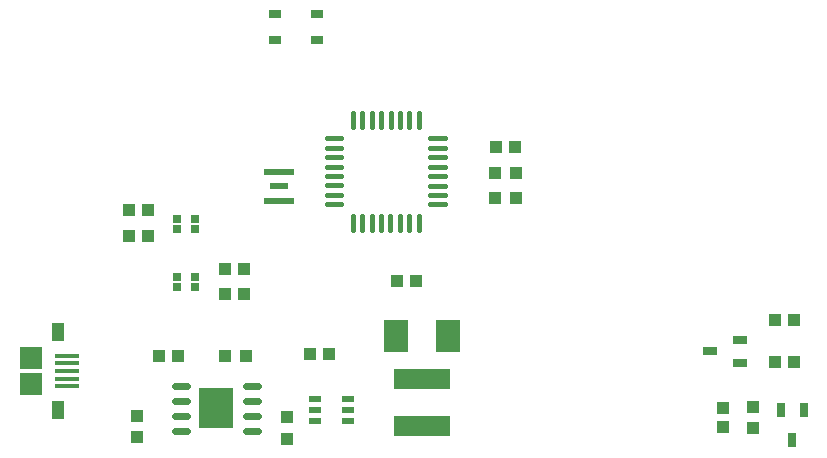
<source format=gtp>
G04 Layer: TopPasteMaskLayer*
G04 EasyEDA v6.3.41, 2020-05-05T11:48:15+01:00*
G04 2ec71008dff244c88071119ef016d080,e9fa969840cb4916a94017553220f78b,10*
G04 Gerber Generator version 0.2*
G04 Scale: 100 percent, Rotated: No, Reflected: No *
G04 Dimensions in millimeters *
G04 leading zeros omitted , absolute positions ,3 integer and 3 decimal *
%FSLAX33Y33*%
%MOMM*%
G90*
G71D02*

%ADD13C,0.599999*%
%ADD14C,0.450012*%
%ADD16R,0.799998X0.650011*%
%ADD17R,2.099996X0.399999*%
%ADD18R,0.999998X1.499997*%
%ADD19R,1.899996X1.899996*%
%ADD20R,2.999994X3.499866*%
%ADD21R,0.999998X0.550012*%
%ADD22R,0.999998X1.099998*%
%ADD23R,1.099998X0.999998*%
%ADD24R,2.499995X0.499999*%
%ADD25R,1.599997X0.499999*%
%ADD26R,4.699991X1.799996*%
%ADD27R,1.099998X0.699999*%
%ADD28R,2.159000X2.743200*%
%ADD29R,0.699999X1.250010*%
%ADD30R,1.250010X0.699999*%

%LPD*%
G54D13*
G01X19644Y17780D02*
G01X20644Y17780D01*
G01X19644Y19050D02*
G01X20644Y19050D01*
G01X19644Y20320D02*
G01X20644Y20320D01*
G01X19644Y21590D02*
G01X20644Y21590D01*
G01X13645Y17780D02*
G01X14645Y17780D01*
G01X13645Y19050D02*
G01X14645Y19050D01*
G01X13645Y20320D02*
G01X14645Y20320D01*
G01X13645Y21590D02*
G01X14645Y21590D01*
G54D14*
G01X28702Y44732D02*
G01X28702Y43532D01*
G01X29502Y44732D02*
G01X29502Y43532D01*
G01X30302Y44732D02*
G01X30302Y43532D01*
G01X31102Y44732D02*
G01X31102Y43532D01*
G01X31899Y44732D02*
G01X31899Y43532D01*
G01X32699Y44732D02*
G01X32699Y43532D01*
G01X33500Y44732D02*
G01X33500Y43532D01*
G01X34300Y44732D02*
G01X34300Y43532D01*
G01X35264Y42557D02*
G01X36464Y42557D01*
G01X35264Y41757D02*
G01X36464Y41757D01*
G01X35264Y40957D02*
G01X36464Y40957D01*
G01X35264Y40157D02*
G01X36464Y40157D01*
G01X35264Y39359D02*
G01X36464Y39359D01*
G01X35264Y38559D02*
G01X36464Y38559D01*
G01X35264Y37759D02*
G01X36464Y37759D01*
G01X35264Y36959D02*
G01X36464Y36959D01*
G01X34290Y35969D02*
G01X34290Y34769D01*
G01X33489Y35969D02*
G01X33489Y34769D01*
G01X32689Y35969D02*
G01X32689Y34769D01*
G01X31889Y35969D02*
G01X31889Y34769D01*
G01X31092Y35969D02*
G01X31092Y34769D01*
G01X30292Y35969D02*
G01X30292Y34769D01*
G01X29491Y35969D02*
G01X29491Y34769D01*
G01X28691Y35969D02*
G01X28691Y34769D01*
G01X26527Y36969D02*
G01X27727Y36969D01*
G01X26527Y37769D02*
G01X27727Y37769D01*
G01X26527Y38569D02*
G01X27727Y38569D01*
G01X26527Y39370D02*
G01X27727Y39370D01*
G01X26527Y40167D02*
G01X27727Y40167D01*
G01X26527Y40967D02*
G01X27727Y40967D01*
G01X26527Y41767D02*
G01X27727Y41767D01*
G01X26527Y42567D02*
G01X27727Y42567D01*
G54D16*
G01X13834Y35730D03*
G01X15374Y35730D03*
G01X15373Y34880D03*
G01X13834Y34880D03*
G01X15375Y29928D03*
G01X13835Y29928D03*
G01X13835Y30777D03*
G01X15375Y30777D03*
G54D17*
G01X4498Y24160D03*
G01X4498Y23511D03*
G01X4498Y22861D03*
G01X4498Y22211D03*
G01X4498Y21561D03*
G54D18*
G01X3698Y26160D03*
G01X3698Y19561D03*
G54D19*
G01X1448Y23961D03*
G01X1448Y21760D03*
G54D20*
G01X17145Y19685D03*
G54D21*
G01X25523Y18608D03*
G01X25523Y19558D03*
G01X25523Y20507D03*
G01X28324Y20507D03*
G01X28324Y19558D03*
G01X28324Y18608D03*
G54D22*
G01X34074Y30480D03*
G01X32474Y30480D03*
G01X17868Y31496D03*
G01X19468Y31496D03*
G01X17868Y29337D03*
G01X19468Y29337D03*
G54D23*
G01X60071Y19723D03*
G01X60071Y18123D03*
G54D22*
G01X11341Y34290D03*
G01X9741Y34290D03*
G01X9740Y36449D03*
G01X11340Y36449D03*
G01X66078Y27178D03*
G01X64478Y27178D03*
G01X40855Y41783D03*
G01X42455Y41783D03*
G01X64477Y23622D03*
G01X66077Y23622D03*
G01X26708Y24257D03*
G01X25108Y24257D03*
G01X12280Y24130D03*
G01X13880Y24130D03*
G54D23*
G01X10414Y19060D03*
G01X10414Y17260D03*
G54D22*
G01X19695Y24130D03*
G01X17895Y24130D03*
G54D23*
G01X23114Y17134D03*
G01X23114Y18934D03*
G54D22*
G01X42555Y37465D03*
G01X40755Y37465D03*
G54D23*
G01X62611Y19822D03*
G01X62611Y18022D03*
G54D22*
G01X42555Y39624D03*
G01X40755Y39624D03*
G54D24*
G01X22479Y37282D03*
G54D25*
G01X22479Y38481D03*
G54D24*
G01X22479Y39679D03*
G54D26*
G01X34544Y22192D03*
G01X34544Y18193D03*
G54D27*
G01X22101Y53043D03*
G01X25650Y53043D03*
G01X22101Y50842D03*
G01X25650Y50842D03*
G54D28*
G01X32334Y25781D03*
G01X36753Y25781D03*
G54D29*
G01X65913Y17038D03*
G01X64963Y19537D03*
G01X66862Y19537D03*
G54D30*
G01X61447Y23561D03*
G01X61447Y25460D03*
G01X58948Y24511D03*
M00*
M02*

</source>
